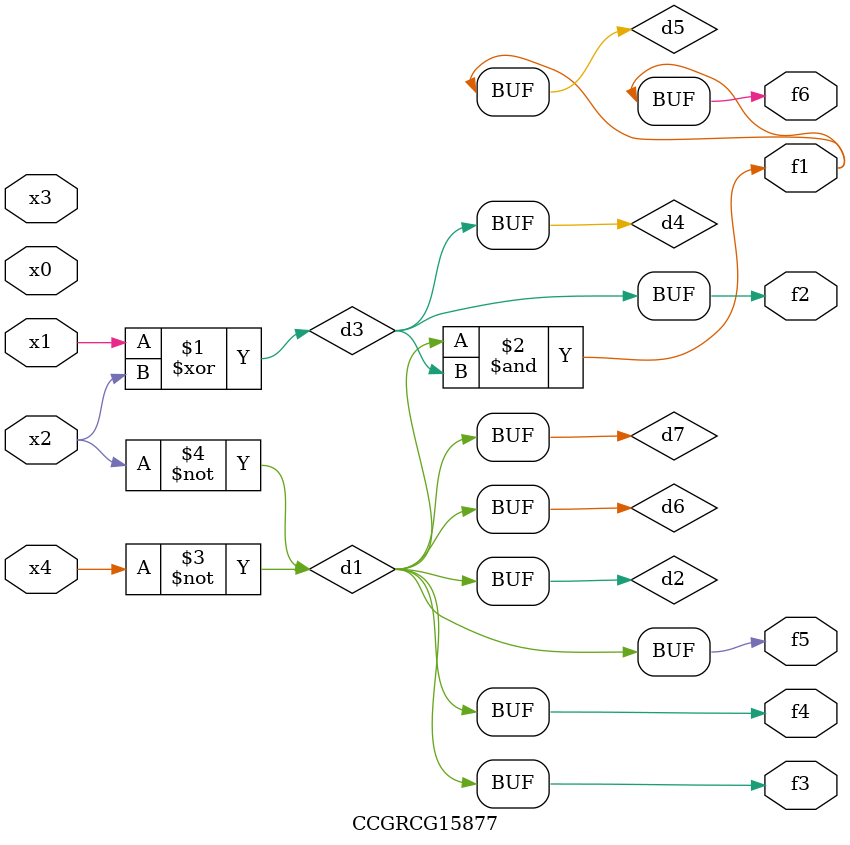
<source format=v>
module CCGRCG15877(
	input x0, x1, x2, x3, x4,
	output f1, f2, f3, f4, f5, f6
);

	wire d1, d2, d3, d4, d5, d6, d7;

	not (d1, x4);
	not (d2, x2);
	xor (d3, x1, x2);
	buf (d4, d3);
	and (d5, d1, d3);
	buf (d6, d1, d2);
	buf (d7, d2);
	assign f1 = d5;
	assign f2 = d4;
	assign f3 = d7;
	assign f4 = d7;
	assign f5 = d7;
	assign f6 = d5;
endmodule

</source>
